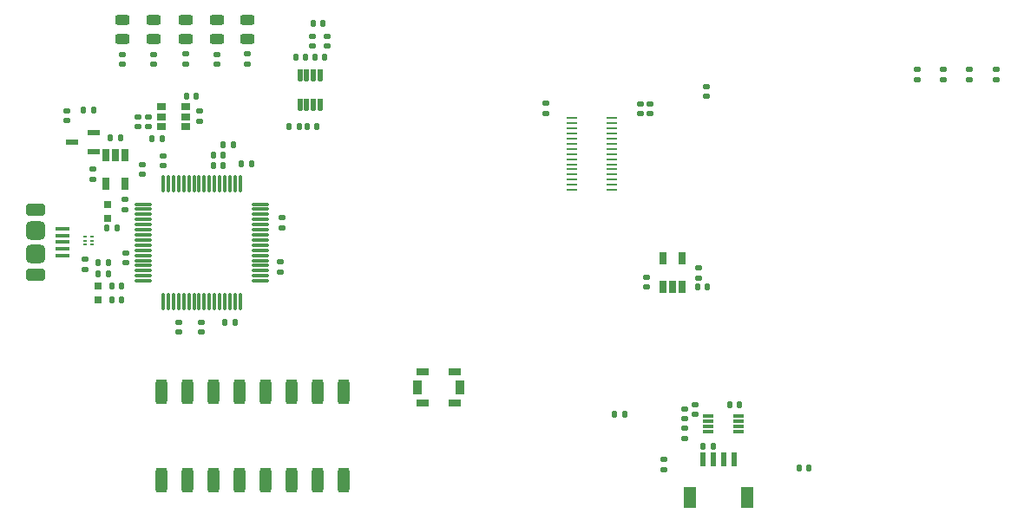
<source format=gbr>
%TF.GenerationSoftware,Altium Limited,Altium Designer,20.1.11 (218)*%
G04 Layer_Color=8421504*
%FSLAX26Y26*%
%MOIN*%
%TF.SameCoordinates,27E64F16-BD7F-4648-91A1-9AE93EB88D02*%
%TF.FilePolarity,Positive*%
%TF.FileFunction,Paste,Top*%
%TF.Part,Single*%
G01*
G75*
%TA.AperFunction,SMDPad,CuDef*%
G04:AMPARAMS|DCode=12|XSize=24.409mil|YSize=22.441mil|CornerRadius=5.61mil|HoleSize=0mil|Usage=FLASHONLY|Rotation=0.000|XOffset=0mil|YOffset=0mil|HoleType=Round|Shape=RoundedRectangle|*
%AMROUNDEDRECTD12*
21,1,0.024409,0.011220,0,0,0.0*
21,1,0.013189,0.022441,0,0,0.0*
1,1,0.011220,0.006594,-0.005610*
1,1,0.011220,-0.006594,-0.005610*
1,1,0.011220,-0.006594,0.005610*
1,1,0.011220,0.006594,0.005610*
%
%ADD12ROUNDEDRECTD12*%
%ADD13R,0.025591X0.047244*%
%ADD14O,0.011811X0.070866*%
%ADD15O,0.070866X0.011811*%
G04:AMPARAMS|DCode=17|XSize=24.409mil|YSize=22.441mil|CornerRadius=5.61mil|HoleSize=0mil|Usage=FLASHONLY|Rotation=90.000|XOffset=0mil|YOffset=0mil|HoleType=Round|Shape=RoundedRectangle|*
%AMROUNDEDRECTD17*
21,1,0.024409,0.011220,0,0,90.0*
21,1,0.013189,0.022441,0,0,90.0*
1,1,0.011220,0.005610,0.006594*
1,1,0.011220,0.005610,-0.006594*
1,1,0.011220,-0.005610,-0.006594*
1,1,0.011220,-0.005610,0.006594*
%
%ADD17ROUNDEDRECTD17*%
G04:AMPARAMS|DCode=18|XSize=25.984mil|YSize=22.835mil|CornerRadius=5.709mil|HoleSize=0mil|Usage=FLASHONLY|Rotation=180.000|XOffset=0mil|YOffset=0mil|HoleType=Round|Shape=RoundedRectangle|*
%AMROUNDEDRECTD18*
21,1,0.025984,0.011417,0,0,180.0*
21,1,0.014567,0.022835,0,0,180.0*
1,1,0.011417,-0.007284,0.005709*
1,1,0.011417,0.007284,0.005709*
1,1,0.011417,0.007284,-0.005709*
1,1,0.011417,-0.007284,-0.005709*
%
%ADD18ROUNDEDRECTD18*%
%ADD19R,0.045276X0.029528*%
%ADD20R,0.037402X0.055118*%
G04:AMPARAMS|DCode=21|XSize=44.488mil|YSize=96.063mil|CornerRadius=11.122mil|HoleSize=0mil|Usage=FLASHONLY|Rotation=0.000|XOffset=0mil|YOffset=0mil|HoleType=Round|Shape=RoundedRectangle|*
%AMROUNDEDRECTD21*
21,1,0.044488,0.073819,0,0,0.0*
21,1,0.022244,0.096063,0,0,0.0*
1,1,0.022244,0.011122,-0.036910*
1,1,0.022244,-0.011122,-0.036910*
1,1,0.022244,-0.011122,0.036910*
1,1,0.022244,0.011122,0.036910*
%
%ADD21ROUNDEDRECTD21*%
%ADD22R,0.016535X0.008661*%
G04:AMPARAMS|DCode=23|XSize=15.748mil|YSize=53.15mil|CornerRadius=3.937mil|HoleSize=0mil|Usage=FLASHONLY|Rotation=270.000|XOffset=0mil|YOffset=0mil|HoleType=Round|Shape=RoundedRectangle|*
%AMROUNDEDRECTD23*
21,1,0.015748,0.045276,0,0,270.0*
21,1,0.007874,0.053150,0,0,270.0*
1,1,0.007874,-0.022638,-0.003937*
1,1,0.007874,-0.022638,0.003937*
1,1,0.007874,0.022638,0.003937*
1,1,0.007874,0.022638,-0.003937*
%
%ADD23ROUNDEDRECTD23*%
%ADD24R,0.046457X0.024016*%
G04:AMPARAMS|DCode=25|XSize=39.37mil|YSize=55.118mil|CornerRadius=9.842mil|HoleSize=0mil|Usage=FLASHONLY|Rotation=90.000|XOffset=0mil|YOffset=0mil|HoleType=Round|Shape=RoundedRectangle|*
%AMROUNDEDRECTD25*
21,1,0.039370,0.035433,0,0,90.0*
21,1,0.019685,0.055118,0,0,90.0*
1,1,0.019685,0.017717,0.009843*
1,1,0.019685,0.017717,-0.009843*
1,1,0.019685,-0.017717,-0.009843*
1,1,0.019685,-0.017717,0.009843*
%
%ADD25ROUNDEDRECTD25*%
G04:AMPARAMS|DCode=26|XSize=25.984mil|YSize=22.835mil|CornerRadius=5.709mil|HoleSize=0mil|Usage=FLASHONLY|Rotation=270.000|XOffset=0mil|YOffset=0mil|HoleType=Round|Shape=RoundedRectangle|*
%AMROUNDEDRECTD26*
21,1,0.025984,0.011417,0,0,270.0*
21,1,0.014567,0.022835,0,0,270.0*
1,1,0.011417,-0.005709,-0.007284*
1,1,0.011417,-0.005709,0.007284*
1,1,0.011417,0.005709,0.007284*
1,1,0.011417,0.005709,-0.007284*
%
%ADD26ROUNDEDRECTD26*%
G04:AMPARAMS|DCode=27|XSize=17.716mil|YSize=47.244mil|CornerRadius=1.949mil|HoleSize=0mil|Usage=FLASHONLY|Rotation=0.000|XOffset=0mil|YOffset=0mil|HoleType=Round|Shape=RoundedRectangle|*
%AMROUNDEDRECTD27*
21,1,0.017716,0.043346,0,0,0.0*
21,1,0.013819,0.047244,0,0,0.0*
1,1,0.003898,0.006910,-0.021673*
1,1,0.003898,-0.006910,-0.021673*
1,1,0.003898,-0.006910,0.021673*
1,1,0.003898,0.006910,0.021673*
%
%ADD27ROUNDEDRECTD27*%
%ADD28R,0.039370X0.013000*%
%ADD29R,0.035433X0.025591*%
%ADD30R,0.039370X0.009840*%
%ADD31R,0.023620X0.053150*%
%ADD32R,0.027559X0.025591*%
%ADD33R,0.047240X0.078740*%
G04:AMPARAMS|DCode=34|XSize=46.26mil|YSize=74.803mil|CornerRadius=11.565mil|HoleSize=0mil|Usage=FLASHONLY|Rotation=90.000|XOffset=0mil|YOffset=0mil|HoleType=Round|Shape=RoundedRectangle|*
%AMROUNDEDRECTD34*
21,1,0.046260,0.051673,0,0,90.0*
21,1,0.023130,0.074803,0,0,90.0*
1,1,0.023130,0.025837,0.011565*
1,1,0.023130,0.025837,-0.011565*
1,1,0.023130,-0.025837,-0.011565*
1,1,0.023130,-0.025837,0.011565*
%
%ADD34ROUNDEDRECTD34*%
G04:AMPARAMS|DCode=35|XSize=70.866mil|YSize=74.803mil|CornerRadius=17.716mil|HoleSize=0mil|Usage=FLASHONLY|Rotation=270.000|XOffset=0mil|YOffset=0mil|HoleType=Round|Shape=RoundedRectangle|*
%AMROUNDEDRECTD35*
21,1,0.070866,0.039370,0,0,270.0*
21,1,0.035433,0.074803,0,0,270.0*
1,1,0.035433,-0.019685,-0.017717*
1,1,0.035433,-0.019685,0.017717*
1,1,0.035433,0.019685,0.017717*
1,1,0.035433,0.019685,-0.017717*
%
%ADD35ROUNDEDRECTD35*%
D12*
X1233386Y1828937D02*
D03*
Y1791142D02*
D03*
X1176083Y1828937D02*
D03*
Y1791142D02*
D03*
X302000Y970898D02*
D03*
Y933102D02*
D03*
X3800780Y1700000D02*
D03*
Y1662205D02*
D03*
X3700000Y1700000D02*
D03*
Y1662205D02*
D03*
X3600000Y1700000D02*
D03*
Y1662205D02*
D03*
X3500000Y1700000D02*
D03*
Y1662205D02*
D03*
X749000Y690158D02*
D03*
Y727953D02*
D03*
X2457000Y902898D02*
D03*
X545276Y1481890D02*
D03*
X504921Y1482087D02*
D03*
Y1519882D02*
D03*
X545276Y1519685D02*
D03*
X520866Y1298394D02*
D03*
Y1336189D02*
D03*
X456000Y1200898D02*
D03*
Y1163102D02*
D03*
X926181Y1723228D02*
D03*
Y1761024D02*
D03*
X807087Y1722047D02*
D03*
Y1759842D02*
D03*
X688976Y1722244D02*
D03*
Y1760039D02*
D03*
X564961Y1722047D02*
D03*
Y1759842D02*
D03*
X2606299Y321063D02*
D03*
Y283268D02*
D03*
Y357087D02*
D03*
Y394882D02*
D03*
X2457000Y865102D02*
D03*
X444882Y1721260D02*
D03*
Y1759055D02*
D03*
X742126Y1540551D02*
D03*
Y1502756D02*
D03*
D13*
X455915Y1371610D02*
D03*
X418514D02*
D03*
X381112D02*
D03*
X381112Y1261373D02*
D03*
X455915D02*
D03*
X2520590Y864882D02*
D03*
X2557992D02*
D03*
X2595394D02*
D03*
X2595394Y975118D02*
D03*
X2520590D02*
D03*
D14*
X602362Y1261811D02*
D03*
X622047D02*
D03*
X641732D02*
D03*
X661417D02*
D03*
X681102D02*
D03*
X700787D02*
D03*
X720472D02*
D03*
X740157D02*
D03*
X759842D02*
D03*
X779528D02*
D03*
X799213D02*
D03*
X818898D02*
D03*
X838583D02*
D03*
X858268D02*
D03*
X877953D02*
D03*
X897638D02*
D03*
Y809055D02*
D03*
X877953D02*
D03*
X858268D02*
D03*
X838583D02*
D03*
X818898D02*
D03*
X799213D02*
D03*
X779528D02*
D03*
X759842D02*
D03*
X740157D02*
D03*
X720472D02*
D03*
X700787D02*
D03*
X681102D02*
D03*
X661417D02*
D03*
X641732D02*
D03*
X622047D02*
D03*
X602362D02*
D03*
D15*
X976378Y1183071D02*
D03*
Y1163386D02*
D03*
Y1143701D02*
D03*
Y1124016D02*
D03*
Y1104331D02*
D03*
Y1084646D02*
D03*
Y1064961D02*
D03*
Y1045276D02*
D03*
Y1025591D02*
D03*
Y1005906D02*
D03*
Y986221D02*
D03*
Y966535D02*
D03*
Y946851D02*
D03*
Y927165D02*
D03*
Y907480D02*
D03*
Y887795D02*
D03*
X523622D02*
D03*
Y907480D02*
D03*
Y927165D02*
D03*
Y946851D02*
D03*
Y966535D02*
D03*
Y986221D02*
D03*
Y1005906D02*
D03*
Y1025591D02*
D03*
Y1045276D02*
D03*
Y1064961D02*
D03*
Y1084646D02*
D03*
Y1104331D02*
D03*
Y1124016D02*
D03*
Y1143701D02*
D03*
Y1163386D02*
D03*
Y1183071D02*
D03*
D17*
X2654827Y864882D02*
D03*
X2692622D02*
D03*
X385827Y1092520D02*
D03*
X1216043Y1878051D02*
D03*
X404724Y814961D02*
D03*
X1086417Y1481299D02*
D03*
X1193110D02*
D03*
X437411Y1438102D02*
D03*
X728543Y1598425D02*
D03*
X690748D02*
D03*
X399616Y1438102D02*
D03*
X423622Y1092520D02*
D03*
X1155315Y1481299D02*
D03*
X1124213D02*
D03*
X442520Y814961D02*
D03*
X1178248Y1878051D02*
D03*
D18*
X2657906Y937071D02*
D03*
Y898488D02*
D03*
X2070236Y1533252D02*
D03*
Y1571834D02*
D03*
X2689400Y1596909D02*
D03*
X230315Y1541929D02*
D03*
X602756Y1369291D02*
D03*
X459000Y995291D02*
D03*
X661417Y690354D02*
D03*
X2471850Y1569816D02*
D03*
X2523622Y200394D02*
D03*
X1050197Y922638D02*
D03*
X2646457Y412992D02*
D03*
X2434836Y1569816D02*
D03*
X1058000Y1130291D02*
D03*
X331000Y1317291D02*
D03*
X2689400Y1635491D02*
D03*
X230315Y1503347D02*
D03*
X661417Y728937D02*
D03*
X2523622Y161811D02*
D03*
X1058000Y1091709D02*
D03*
X331000Y1278709D02*
D03*
X2434836Y1531234D02*
D03*
X2646457Y374409D02*
D03*
X1050197Y961220D02*
D03*
X2471850Y1531234D02*
D03*
X459000Y956709D02*
D03*
X602756Y1330709D02*
D03*
D19*
X1721008Y419212D02*
D03*
X1596992D02*
D03*
Y539291D02*
D03*
X1721008D02*
D03*
D20*
X1577307Y479252D02*
D03*
X1740693D02*
D03*
D21*
X994882Y122047D02*
D03*
X1094882D02*
D03*
X1294882D02*
D03*
Y460630D02*
D03*
X1094882D02*
D03*
X994882D02*
D03*
X894882D02*
D03*
X594882Y122047D02*
D03*
X694882D02*
D03*
X794882D02*
D03*
X894882D02*
D03*
X1194882D02*
D03*
Y460630D02*
D03*
X794882D02*
D03*
X694882D02*
D03*
X594882D02*
D03*
D22*
X302205Y1058748D02*
D03*
X327795D02*
D03*
Y1027252D02*
D03*
Y1043000D02*
D03*
X302205Y1027252D02*
D03*
Y1043000D02*
D03*
D23*
X215551Y1062992D02*
D03*
Y986220D02*
D03*
Y1011811D02*
D03*
Y1088583D02*
D03*
Y1037401D02*
D03*
D24*
X333661Y1386220D02*
D03*
Y1458268D02*
D03*
X252953Y1422244D02*
D03*
D25*
X444882Y1890748D02*
D03*
X926181Y1890748D02*
D03*
X807087Y1890748D02*
D03*
X688976D02*
D03*
X564961Y1890748D02*
D03*
Y1819882D02*
D03*
X688976Y1819882D02*
D03*
X807087D02*
D03*
X926181Y1819882D02*
D03*
X444882Y1819882D02*
D03*
D26*
X295669Y1544291D02*
D03*
X832283Y1331693D02*
D03*
X838976Y729134D02*
D03*
X390354Y915354D02*
D03*
X2676575Y252953D02*
D03*
X2335039Y374016D02*
D03*
X1149213Y1749323D02*
D03*
X3043701Y169291D02*
D03*
X941291Y1337000D02*
D03*
X832291Y1372000D02*
D03*
X390354Y956693D02*
D03*
X558465Y1436024D02*
D03*
X2776968Y412402D02*
D03*
X404331Y868307D02*
D03*
X833071Y1411516D02*
D03*
X793701Y1331693D02*
D03*
X877559Y729134D02*
D03*
X2715157Y252953D02*
D03*
X2373622Y374016D02*
D03*
X1110630Y1749323D02*
D03*
X793709Y1372000D02*
D03*
X597047Y1436024D02*
D03*
X2815551Y412402D02*
D03*
X871654Y1411516D02*
D03*
X442913Y868307D02*
D03*
X351772Y956693D02*
D03*
X902709Y1337000D02*
D03*
X3082283Y169291D02*
D03*
X1184547Y1749323D02*
D03*
X1223130D02*
D03*
X351772Y915354D02*
D03*
X334252Y1544291D02*
D03*
D27*
X1152657Y1679828D02*
D03*
X1178248Y1563686D02*
D03*
X1203839D02*
D03*
X1127067Y1679828D02*
D03*
X1152657Y1563686D02*
D03*
X1127067D02*
D03*
X1178248Y1679828D02*
D03*
X1203839D02*
D03*
D28*
X2813378Y308749D02*
D03*
X2694496D02*
D03*
X2813378Y367805D02*
D03*
X2694496Y328435D02*
D03*
Y348119D02*
D03*
Y367805D02*
D03*
X2813378Y328435D02*
D03*
Y348119D02*
D03*
D29*
X689961Y1519685D02*
D03*
X595472Y1482284D02*
D03*
X689961D02*
D03*
Y1557087D02*
D03*
X595472D02*
D03*
Y1519685D02*
D03*
D30*
X2326772Y1238071D02*
D03*
Y1257756D02*
D03*
X2173228D02*
D03*
Y1238071D02*
D03*
Y1375866D02*
D03*
Y1277441D02*
D03*
Y1297126D02*
D03*
Y1316811D02*
D03*
Y1336496D02*
D03*
Y1356181D02*
D03*
Y1395551D02*
D03*
Y1415236D02*
D03*
Y1434921D02*
D03*
Y1454606D02*
D03*
Y1474291D02*
D03*
Y1493976D02*
D03*
Y1513661D02*
D03*
X2326772Y1415236D02*
D03*
Y1395551D02*
D03*
Y1356181D02*
D03*
Y1434921D02*
D03*
Y1493976D02*
D03*
Y1474291D02*
D03*
Y1454606D02*
D03*
Y1375866D02*
D03*
Y1277441D02*
D03*
Y1336496D02*
D03*
Y1316811D02*
D03*
Y1297126D02*
D03*
Y1513661D02*
D03*
D31*
X2676176Y200000D02*
D03*
X2715546D02*
D03*
X2754926D02*
D03*
X2794296D02*
D03*
D32*
X351378Y814961D02*
D03*
X387000Y1182575D02*
D03*
Y1129425D02*
D03*
X351378Y868110D02*
D03*
D33*
X2624996Y55310D02*
D03*
X2845476D02*
D03*
D34*
X110236Y911939D02*
D03*
Y1162864D02*
D03*
D35*
Y992126D02*
D03*
Y1082677D02*
D03*
%TF.MD5,106987458f966a6e36947e188d6a6ed7*%
M02*

</source>
